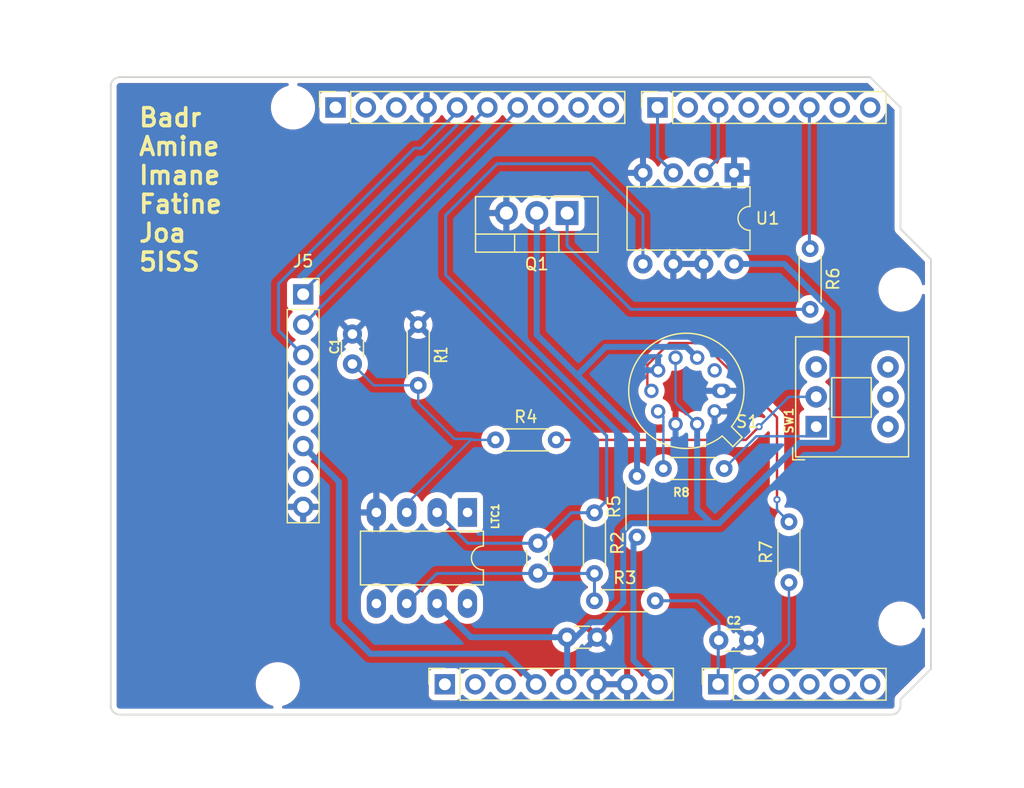
<source format=kicad_pcb>
(kicad_pcb (version 20240108) (generator "pcbnew") (generator_version "8.0")
  (layers (0 "F.Cu" signal) (31 "B.Cu" signal) (34 "B.Paste" user) (35 "F.Paste" user) (36 "B.SilkS" user "B.Silkscreen") (37 "F.SilkS" user "F.Silkscreen") (38 "B.Mask" user) (39 "F.Mask" user) (44 "Edge.Cuts" user))
  (net 0 "")
  (net 1 "Net-(LTC1-+input)")
  (net 2 "GND")
  (net 3 "ADC")
  (net 4 "+5V")
  (net 5 "Net-(LTC1-vOut)")
  (net 6 "RVar")
  (net 8 "/IOREF")
  (net 9 "/~{RESET}")
  (net 10 "+3.3V")
  (net 11 "+12V")
  (net 15 "rst")
  (net 16 "tx")
  (net 17 "rx")
  (net 18 "/*10")
  (net 19 "/*9")
  (net 20 "/8")
  (net 21 "TempSensor")
  (net 26 "MOSI")
  (net 27 "/*6")
  (net 28 "SCK")
  (net 29 "/4")
  (net 30 "/*3")
  (net 31 "gas_choic_ctrl")
  (net 32 "/TX{slash}1")
  (net 33 "/RX{slash}0")
  (net 37 "Net-(Q1-G)")
  (net 38 "12V")
  (net 39 "Net-(SW1-B)")
  (net 40 "Net-(R7-Pad2)")
  (net 41 "GasSensor1")
  (net 42 "Net-(R8-Pad2)")
  (net 43 "GasSensor2")
  (footprint "Resistor_THT:R_Axial_DIN0204_L3.6mm_D1.6mm_P5.08mm_Horizontal" (layer "F.Cu") (at 149.098 120.396)
    (property "Reference" "R3" (at 2.54 -1.92 0) (layer "F.SilkS"))
    (property "Value" "1k")
    (fp_line (start 0.62 -0.92) (end 4.46 -0.92) (stroke (width 0.12)) (layer "F.SilkS"))
    (fp_line (start 0.62 0.92) (end 4.46 0.92) (stroke (width 0.12)) (layer "F.SilkS"))
    (pad "1" thru_hole circle (at 0 0) (size 1.4 1.4) (drill 0.7) (layers "*.Cu" "*.Mask") (net 5 "Net-(LTC1-vOut)"))
    (pad "2" thru_hole oval (at 5.08 0) (size 1.4 1.4) (drill 0.7) (layers "*.Cu" "*.Mask") (net 3 "ADC"))
  )
  (footprint "Resistor_THT:R_Axial_DIN0204_L3.6mm_D1.6mm_P5.08mm_Horizontal" (layer "F.Cu") (at 167.132 90.932 -90)
    (property "Reference" "R6" (at 2.54 -1.92 90) (layer "F.SilkS"))
    (property "Value" "1k")
    (fp_line (start 0.62 0.92) (end 4.46 0.92) (stroke (width 0.12)) (layer "F.SilkS"))
    (fp_line (start 0.62 -0.92) (end 4.46 -0.92) (stroke (width 0.12)) (layer "F.SilkS"))
    (pad "1" thru_hole circle (at 0 0 270) (size 1.4 1.4) (drill 0.7) (layers "*.Cu" "*.Mask") (net 31 "gas_choic_ctrl"))
    (pad "2" thru_hole oval (at 5.08 0 270) (size 1.4 1.4) (drill 0.7) (layers "*.Cu" "*.Mask") (net 37 "Net-(Q1-G)"))
  )
  (footprint "Resistor_THT:R_Axial_DIN0204_L3.6mm_D1.6mm_P5.08mm_Horizontal" (layer "F.Cu") (at 149.098 113.03 -90)
    (property "Reference" "R2" (at 2.54 -1.92 90) (layer "F.SilkS"))
    (property "Value" "100k")
    (fp_line (start 0.62 0.92) (end 4.46 0.92) (stroke (width 0.12)) (layer "F.SilkS"))
    (fp_line (start 0.62 -0.92) (end 4.46 -0.92) (stroke (width 0.12)) (layer "F.SilkS"))
    (pad "1" thru_hole circle (at 0 0 270) (size 1.4 1.4) (drill 0.7) (layers "*.Cu" "*.Mask") (net 6 "RVar"))
    (pad "2" thru_hole oval (at 5.08 0 270) (size 1.4 1.4) (drill 0.7) (layers "*.Cu" "*.Mask") (net 5 "Net-(LTC1-vOut)"))
  )
  (footprint "Package_DIP:DIP-8_W7.62mm_LongPads" (layer "F.Cu") (at 138.4802 113.006 -90)
    (property "Reference" "LTC1" (at 0.325 -2.33 90) (layer "F.SilkS") (effects (font (size 0.6 0.6))))
    (property "Value" "~" (hide yes))
    (fp_line (start 1.56 8.95) (end 6.06 8.95) (stroke (width 0.12)) (layer "F.SilkS"))
    (fp_line (start 6.06 8.95) (end 6.06 -1.33) (stroke (width 0.12)) (layer "F.SilkS"))
    (fp_line (start 1.56 -1.33) (end 1.56 8.95) (stroke (width 0.12)) (layer "F.SilkS"))
    (fp_line (start 2.81 -1.33) (end 1.56 -1.33) (stroke (width 0.12)) (layer "F.SilkS"))
    (fp_line (start 6.06 -1.33) (end 4.81 -1.33) (stroke (width 0.12)) (layer "F.SilkS"))
    (fp_arc (start 4.81 -1.33) (mid 3.81 -0.33) (end 2.81 -1.33) (stroke (width 0.12)) (layer "F.SilkS"))
    (pad "1" thru_hole rect (at 0 0 270) (size 2.4 1.6) (drill 0.8) (layers "*.Cu" "*.Mask"))
    (pad "2" thru_hole oval (at 0 2.54 270) (size 2.4 1.6) (drill 0.8) (layers "*.Cu" "*.Mask") (net 6 "RVar"))
    (pad "3" thru_hole oval (at 0 5.08 270) (size 2.4 1.6) (drill 0.8) (layers "*.Cu" "*.Mask") (net 1 "Net-(LTC1-+input)"))
    (pad "4" thru_hole oval (at 0 7.62 270) (size 2.4 1.6) (drill 0.8) (layers "*.Cu" "*.Mask") (net 2 "GND"))
    (pad "5" thru_hole oval (at 7.62 7.62 270) (size 2.4 1.6) (drill 0.8) (layers "*.Cu" "*.Mask"))
    (pad "6" thru_hole oval (at 7.62 5.08 270) (size 2.4 1.6) (drill 0.8) (layers "*.Cu" "*.Mask") (net 5 "Net-(LTC1-vOut)"))
    (pad "7" thru_hole oval (at 7.62 2.54 270) (size 2.4 1.6) (drill 0.8) (layers "*.Cu" "*.Mask") (net 4 "+5V"))
    (pad "8" thru_hole oval (at 7.62 0 270) (size 2.4 1.6) (drill 0.8) (layers "*.Cu" "*.Mask"))
  )
  (footprint "Capacitor_THT:C_Disc_D3.0mm_W1.6mm_P2.50mm" (layer "F.Cu") (at 146.812 123.444)
    (property "Reference" "C3" (hide yes))
    (property "Value" "100n")
    (fp_line (start 0.621 -0.92) (end 1.879 -0.92) (stroke (width 0.12)) (layer "F.SilkS"))
    (fp_line (start 0.621 0.92) (end 1.879 0.92) (stroke (width 0.12)) (layer "F.SilkS"))
    (pad "1" thru_hole circle (at 0 0) (size 1.6 1.6) (drill 0.8) (layers "*.Cu" "*.Mask") (net 4 "+5V"))
    (pad "2" thru_hole circle (at 2.5 0) (size 1.6 1.6) (drill 0.8) (layers "*.Cu" "*.Mask") (net 2 "GND"))
  )
  (footprint "Capacitor_THT:C_Disc_D3.0mm_W1.6mm_P2.50mm" (layer "F.Cu") (at 159.492 123.698)
    (property "Reference" "C2" (at 1.25 -1.633 0) (layer "F.SilkS") (effects (font (size 0.6 0.6))))
    (property "Value" "100n")
    (fp_line (start 0.621 -0.92) (end 1.879 -0.92) (stroke (width 0.12)) (layer "F.SilkS"))
    (fp_line (start 0.621 0.92) (end 1.879 0.92) (stroke (width 0.12)) (layer "F.SilkS"))
    (pad "1" thru_hole circle (at 0 0) (size 1.6 1.6) (drill 0.8) (layers "*.Cu" "*.Mask") (net 3 "ADC"))
    (pad "2" thru_hole circle (at 2.5 0) (size 1.6 1.6) (drill 0.8) (layers "*.Cu" "*.Mask") (net 2 "GND"))
  )
  (footprint "Capacitor_THT:C_Disc_D3.0mm_W1.6mm_P2.50mm" (layer "F.Cu") (at 144.3602 118.081 90)
    (property "Reference" "C4" (hide yes))
    (property "Value" "1u")
    (fp_line (start 0.621 -0.92) (end 1.879 -0.92) (stroke (width 0.12)) (layer "F.SilkS"))
    (fp_line (start 0.621 0.92) (end 1.879 0.92) (stroke (width 0.12)) (layer "F.SilkS"))
    (pad "1" thru_hole circle (at 0 0 90) (size 1.6 1.6) (drill 0.8) (layers "*.Cu" "*.Mask") (net 5 "Net-(LTC1-vOut)"))
    (pad "2" thru_hole circle (at 2.5 0 90) (size 1.6 1.6) (drill 0.8) (layers "*.Cu" "*.Mask") (net 6 "RVar"))
  )
  (footprint "Connector_PinSocket_2.54mm:PinSocket_1x08_P2.54mm_Vertical" (layer "F.Cu") (at 136.5885 127.381 90)
    (property "Reference" "J1" (hide yes))
    (property "Value" "Power")
    (fp_line (start 1.33 -1.33) (end 1.33 0) (stroke (width 0.12)) (layer "F.SilkS"))
    (fp_line (start 0 -1.33) (end 1.33 -1.33) (stroke (width 0.12)) (layer "F.SilkS"))
    (fp_line (start 1.33 1.27) (end 1.33 19.11) (stroke (width 0.12)) (layer "F.SilkS"))
    (fp_line (start -1.33 1.27) (end 1.33 1.27) (stroke (width 0.12)) (layer "F.SilkS"))
    (fp_line (start -1.33 1.27) (end -1.33 19.11) (stroke (width 0.12)) (layer "F.SilkS"))
    (fp_line (start -1.33 19.11) (end 1.33 19.11) (stroke (width 0.12)) (layer "F.SilkS"))
    (pad "1" thru_hole rect (at 0 0 90) (size 1.7 1.7) (drill 1) (layers "*.Cu" "*.Mask"))
    (pad "2" thru_hole oval (at 0 2.54 90) (size 1.7 1.7) (drill 1) (layers "*.Cu" "*.Mask") (net 8 "/IOREF"))
    (pad "3" thru_hole oval (at 0 5.08 90) (size 1.7 1.7) (drill 1) (layers "*.Cu" "*.Mask") (net 9 "/~{RESET}"))
    (pad "4" thru_hole oval (at 0 7.62 90) (size 1.7 1.7) (drill 1) (layers "*.Cu" "*.Mask") (net 10 "+3.3V"))
    (pad "5" thru_hole oval (at 0 10.16 90) (size 1.7 1.7) (drill 1) (layers "*.Cu" "*.Mask") (net 4 "+5V"))
    (pad "6" thru_hole oval (at 0 12.7 90) (size 1.7 1.7) (drill 1) (layers "*.Cu" "*.Mask") (net 2 "GND"))
    (pad "7" thru_hole oval (at 0 15.24 90) (size 1.7 1.7) (drill 1) (layers "*.Cu" "*.Mask") (net 2 "GND"))
    (pad "8" thru_hole oval (at 0 17.78 90) (size 1.7 1.7) (drill 1) (layers "*.Cu" "*.Mask") (net 11 "+12V"))
  )
  (footprint "Arduino_MountingHole:MountingHole_3.2mm" (layer "F.Cu") (at 123.8885 79.121)
    (property "Reference" "MH1" (hide yes))
    (property "Value" "MountingHole_3.2mm" (hide yes))
    (pad "" np_thru_hole circle (at 0 0) (size 3.2 3.2) (drill 3.2) (layers "F&B.Cu" "*.Mask"))
  )
  (footprint "Package_TO_SOT_THT:TO-220-3_Vertical" (layer "F.Cu") (at 146.812 87.955 180)
    (property "Reference" "Q1" (at 2.54 -4.27 0) (layer "F.SilkS"))
    (property "Value" "Q_NMOS_GSD")
    (fp_line (start 7.66 -3.27) (end 7.66 1.371) (stroke (width 0.12)) (layer "F.SilkS"))
    (fp_line (start 4.391 -3.27) (end 4.391 -1.76) (stroke (width 0.12)) (layer "F.SilkS"))
    (fp_line (start 0.69 -3.27) (end 0.69 -1.76) (stroke (width 0.12)) (layer "F.SilkS"))
    (fp_line (start -2.58 1.371) (end 7.66 1.371) (stroke (width 0.12)) (layer "F.SilkS"))
    (fp_line (start -2.58 -1.76) (end 7.66 -1.76) (stroke (width 0.12)) (layer "F.SilkS"))
    (fp_line (start -2.58 -3.27) (end 7.66 -3.27) (stroke (width 0.12)) (layer "F.SilkS"))
    (fp_line (start -2.58 -3.27) (end -2.58 1.371) (stroke (width 0.12)) (layer "F.SilkS"))
    (pad "1" thru_hole rect (at 0 0 180) (size 1.905 2) (drill 1.1) (layers "*.Cu" "*.Mask") (net 37 "Net-(Q1-G)"))
    (pad "2" thru_hole oval (at 2.54 0 180) (size 1.905 2) (drill 1.1) (layers "*.Cu" "*.Mask") (net 38 "12V"))
    (pad "3" thru_hole oval (at 5.08 0 180) (size 1.905 2) (drill 1.1) (layers "*.Cu" "*.Mask") (net 2 "GND"))
  )
  (footprint "Resistor_THT:R_Axial_DIN0204_L3.6mm_D1.6mm_P5.08mm_Horizontal" (layer "F.Cu") (at 134.3602 97.291 -90)
    (property "Reference" "R1" (at 2.54 -1.92 90) (layer "F.SilkS") (effects (font (size 1 0.7))))
    (property "Value" "100k")
    (fp_line (start 0.62 0.92) (end 4.46 0.92) (stroke (width 0.12)) (layer "F.SilkS"))
    (fp_line (start 0.62 -0.92) (end 4.46 -0.92) (stroke (width 0.12)) (layer "F.SilkS"))
    (pad "1" thru_hole circle (at 0 0 270) (size 1.4 1.4) (drill 0.7) (layers "*.Cu" "*.Mask") (net 2 "GND"))
    (pad "2" thru_hole oval (at 5.08 0 270) (size 1.4 1.4) (drill 0.7) (layers "*.Cu" "*.Mask") (net 1 "Net-(LTC1-+input)"))
  )
  (footprint "Resistor_THT:R_Axial_DIN0204_L3.6mm_D1.6mm_P5.08mm_Horizontal" (layer "F.Cu") (at 159.9402 109.331 180)
    (property "Reference" "R8" (at 3.58 -2 0) (layer "F.SilkS") (effects (font (size 0.7 0.7))))
    (property "Value" "0")
    (fp_line (start 0.62 0.92) (end 4.46 0.92) (stroke (width 0.12)) (layer "F.SilkS"))
    (fp_line (start 0.62 -0.92) (end 4.46 -0.92) (stroke (width 0.12)) (layer "F.SilkS"))
    (pad "1" thru_hole circle (at 0 0 180) (size 1.4 1.4) (drill 0.7) (layers "*.Cu" "*.Mask") (net 41 "GasSensor1"))
    (pad "2" thru_hole oval (at 5.08 0 180) (size 1.4 1.4) (drill 0.7) (layers "*.Cu" "*.Mask") (net 42 "Net-(R8-Pad2)"))
  )
  (footprint "Package_TO_SOT_THT:TO-5-10_Window" (layer "F.Cu") (at 159.7002 102.831 180)
    (property "Reference" "S1" (at -2.1792 -2.579 0) (layer "F.SilkS"))
    (property "Value" "~" (hide yes))
    (fp_line (start -0.077084 -3.774902) (end -0.968039 -4.665856) (stroke (width 0.12)) (layer "F.SilkS"))
    (fp_line (start -0.968039 -4.665856) (end -1.745856 -3.888039) (stroke (width 0.12)) (layer "F.SilkS"))
    (fp_line (start -1.745856 -3.888039) (end -0.854902 -2.997084) (stroke (width 0.12)) (layer "F.SilkS"))
    (fp_arc (start -0.077084 -3.774902) (mid 6.328125 3.408384) (end -0.854674 -2.997371) (stroke (width 0.12)) (layer "F.SilkS"))
    (pad "1" thru_hole oval (at 0 0 180) (size 1.6 1.2) (drill 0.7) (layers "*.Cu" "*.Mask") (net 2 "GND"))
    (pad "2" thru_hole oval (at 0.55767 1.716333 180) (size 1.2 1.2) (drill 0.7) (layers "*.Cu" "*.Mask") (net 43 "GasSensor2"))
    (pad "3" thru_hole oval (at 2.01767 2.777085 180) (size 1.2 1.2) (drill 0.7) (layers "*.Cu" "*.Mask") (net 38 "12V"))
    (pad "4" thru_hole oval (at 3.82233 2.777085 180) (size 1.2 1.2) (drill 0.7) (layers "*.Cu" "*.Mask") (net 4 "+5V"))
    (pad "5" thru_hole oval (at 5.28233 1.716333 180) (size 1.2 1.2) (drill 0.7) (layers "*.Cu" "*.Mask") (net 2 "GND"))
    (pad "6" thru_hole oval (at 5.84 0 180) (size 1.2 1.2) (drill 0.7) (layers "*.Cu" "*.Mask") (net 40 "Net-(R7-Pad2)"))
    (pad "7" thru_hole oval (at 5.28233 -1.716333 180) (size 1.2 1.2) (drill 0.7) (layers "*.Cu" "*.Mask") (net 42 "Net-(R8-Pad2)"))
    (pad "8" thru_hole oval (at 3.82233 -2.777085 180) (size 1.2 1.2) (drill 0.7) (layers "*.Cu" "*.Mask") (net 2 "GND"))
    (pad "9" thru_hole oval (at 2.01767 -2.777085 180) (size 1.2 1.2) (drill 0.7) (layers "*.Cu" "*.Mask") (net 4 "+5V"))
    (pad "10" thru_hole oval (at 0.55767 -1.716333 180) (size 1.2 1.2) (drill 0.7) (layers "*.Cu" "*.Mask") (net 2 "GND"))
  )
  (footprint "Button_Switch_THT:SW_Push_2P2T_Toggle_CK_PVA2xxH2xxxxxxV2" (layer "F.Cu") (at 167.64 105.831 90)
    (property "Reference" "SW1" (at 0.5 -2.2798 90) (layer "F.SilkS") (effects (font (size 0.7 0.7))))
    (property "Value" "SW_SPDT")
    (fp_line (start -1.77 -1.97) (end -2.77 -1.97) (stroke (width 0.12)) (layer "F.SilkS"))
    (fp_line (start 7.52 -1.72) (end -2.52 -1.72) (stroke (width 0.12)) (layer "F.SilkS"))
    (fp_line (start -2.77 -0.97) (end -2.77 -1.97) (stroke (width 0.12)) (layer "F.SilkS"))
    (fp_line (start 4.1 1.3) (end 0.8 1.3) (stroke (width 0.12)) (layer "F.SilkS"))
    (fp_line (start 4.1 1.3) (end 4.1 4.6) (stroke (width 0.12)) (layer "F.SilkS"))
    (fp_line (start 0.8 1.3) (end 0.8 4.6) (stroke (width 0.12)) (layer "F.SilkS"))
    (fp_line (start 4.1 4.6) (end 0.8 4.6) (stroke (width 0.12)) (layer "F.SilkS"))
    (fp_line (start 7.52 7.72) (end 7.52 -1.72) (stroke (width 0.12)) (layer "F.SilkS"))
    (fp_line (start 7.52 7.72) (end -2.52 7.72) (stroke (width 0.12)) (layer "F.SilkS"))
    (fp_line (start -2.52 7.72) (end -2.52 -1.72) (stroke (width 0.12)) (layer "F.SilkS"))
    (pad "1" thru_hole rect (at 0 0 90) (size 1.8 1.8) (drill 0.9) (layers "*.Cu" "*.Mask") (net 41 "GasSensor1"))
    (pad "2" thru_hole circle (at 2.5 0 90) (size 1.8 1.8) (drill 0.9) (layers "*.Cu" "*.Mask") (net 39 "Net-(SW1-B)"))
    (pad "3" thru_hole circle (at 5 0 90) (size 1.8 1.8) (drill 0.9) (layers "*.Cu" "*.Mask") (net 43 "GasSensor2"))
    (pad "4" thru_hole circle (at 0 6 90) (size 1.8 1.8) (drill 0.9) (layers "*.Cu" "*.Mask"))
    (pad "5" thru_hole circle (at 2.5 6 90) (size 1.8 1.8) (drill 0.9) (layers "*.Cu" "*.Mask"))
    (pad "6" thru_hole circle (at 5 6 90) (size 1.8 1.8) (drill 0.9) (layers "*.Cu" "*.Mask"))
  )
  (footprint "Arduino_MountingHole:MountingHole_3.2mm" (layer "F.Cu") (at 122.6185 127.381)
    (property "Reference" "MH2" (hide yes))
    (property "Value" "MountingHole_3.2mm" (hide yes))
    (pad "" np_thru_hole circle (at 0 0) (size 3.2 3.2) (drill 3.2) (layers "F&B.Cu" "*.Mask"))
  )
  (footprint "Connector_PinSocket_2.54mm:PinSocket_1x08_P2.54mm_Vertical" (layer "F.Cu") (at 154.3685 79.121 90)
    (property "Reference" "J4" (hide yes))
    (property "Value" "Digital/PWM")
    (fp_line (start 1.33 -1.33) (end 1.33 0) (stroke (width 0.12)) (layer "F.SilkS"))
    (fp_line (start 0 -1.33) (end 1.33 -1.33) (stroke (width 0.12)) (layer "F.SilkS"))
    (fp_line (start 1.33 1.27) (end 1.33 19.11) (stroke (width 0.12)) (layer "F.SilkS"))
    (fp_line (start -1.33 1.27) (end 1.33 1.27) (stroke (width 0.12)) (layer "F.SilkS"))
    (fp_line (start -1.33 1.27) (end -1.33 19.11) (stroke (width 0.12)) (layer "F.SilkS"))
    (fp_line (start -1.33 19.11) (end 1.33 19.11) (stroke (width 0.12)) (layer "F.SilkS"))
    (pad "1" thru_hole rect (at 0 0 90) (size 1.7 1.7) (drill 1) (layers "*.Cu" "*.Mask") (net 26 "MOSI"))
    (pad "2" thru_hole oval (at 0 2.54 90) (size 1.7 1.7) (drill 1) (layers "*.Cu" "*.Mask") (net 27 "/*6"))
    (pad "3" thru_hole oval (at 0 5.08 90) (size 1.7 1.7) (drill 1) (layers "*.Cu" "*.Mask") (net 28 "SCK"))
    (pad "4" thru_hole oval (at 0 7.62 90) (size 1.7 1.7) (drill 1) (layers "*.Cu" "*.Mask") (net 29 "/4"))
    (pad "5" thru_hole oval (at 0 10.16 90) (size 1.7 1.7) (drill 1) (layers "*.Cu" "*.Mask") (net 30 "/*3"))
    (pad "6" thru_hole oval (at 0 12.7 90) (size 1.7 1.7) (drill 1) (layers "*.Cu" "*.Mask") (net 31 "gas_choic_ctrl"))
    (pad "7" thru_hole oval (at 0 15.24 90) (size 1.7 1.7) (drill 1) (layers "*.Cu" "*.Mask") (net 32 "/TX{slash}1"))
    (pad "8" thru_hole oval (at 0 17.78 90) (size 1.7 1.7) (drill 1) (layers "*.Cu" "*.Mask") (net 33 "/RX{slash}0"))
  )
  (footprint "Package_DIP:DIP-8_W7.62mm" (layer "F.Cu") (at 160.772 84.592 -90)
    (property "Reference" "U1" (at 3.81 -2.804 180) (layer "F.SilkS"))
    (property "Value" "MCP41100")
    (fp_line (start 1.16 8.95) (end 6.46 8.95) (stroke (width 0.12)) (layer "F.SilkS"))
    (fp_line (start 6.46 8.95) (end 6.46 -1.33) (stroke (width 0.12)) (layer "F.SilkS"))
    (fp_line (start 1.16 -1.33) (end 1.16 8.95) (stroke (width 0.12)) (layer "F.SilkS"))
    (fp_line (start 2.81 -1.33) (end 1.16 -1.33) (stroke (width 0.12)) (layer "F.SilkS"))
    (fp_line (start 6.46 -1.33) (end 4.81 -1.33) (stroke (width 0.12)) (layer "F.SilkS"))
    (fp_arc (start 4.81 -1.33) (mid 3.81 -0.33) (end 2.81 -1.33) (stroke (width 0.12)) (layer "F.SilkS"))
    (pad "1" thru_hole rect (at 0 0 270) (size 1.6 1.6) (drill 0.8) (layers "*.Cu" "*.Mask") (net 2 "GND"))
    (pad "2" thru_hole oval (at 0 2.54 270) (size 1.6 1.6) (drill 0.8) (layers "*.Cu" "*.Mask") (net 28 "SCK"))
    (pad "3" thru_hole oval (at 0 5.08 270) (size 1.6 1.6) (drill 0.8) (layers "*.Cu" "*.Mask") (net 26 "MOSI"))
    (pad "4" thru_hole oval (at 0 7.62 270) (size 1.6 1.6) (drill 0.8) (layers "*.Cu" "*.Mask") (net 2 "GND"))
    (pad "5" thru_hole oval (at 7.62 7.62 270) (size 1.6 1.6) (drill 0.8) (layers "*.Cu" "*.Mask") (net 6 "RVar"))
    (pad "6" thru_hole oval (at 7.62 5.08 270) (size 1.6 1.6) (drill 0.8) (layers "*.Cu" "*.Mask") (net 2 "GND"))
    (pad "7" thru_hole oval (at 7.62 2.54 270) (size 1.6 1.6) (drill 0.8) (layers "*.Cu" "*.Mask") (net 2 "GND"))
    (pad "8" thru_hole oval (at 7.62 0 270) (size 1.6 1.6) (drill 0.8) (layers "*.Cu" "*.Mask") (net 4 "+5V"))
  )
  (footprint "Connector_PinSocket_2.54mm:PinSocket_1x08_P2.54mm_Vertical" (layer "F.Cu") (at 124.739 94.757)
    (property "Reference" "J5" (at 0 -2.77 0) (layer "F.SilkS"))
    (property "Value" "Conn_01x08")
    (fp_line (start -1.33 1.27) (end -1.33 19.11) (stroke (width 0.12)) (layer "F.SilkS"))
    (fp_line (start -1.33 1.27) (end 1.33 1.27) (stroke (width 0.12)) (layer "F.SilkS"))
    (fp_line (start -1.33 19.11) (end 1.33 19.11) (stroke (width 0.12)) (layer "F.SilkS"))
    (fp_line (start 0 -1.33) (end 1.33 -1.33) (stroke (width 0.12)) (layer "F.SilkS"))
    (fp_line (start 1.33 -1.33) (end 1.33 0) (stroke (width 0.12)) (layer "F.SilkS"))
    (fp_line (start 1.33 1.27) (end 1.33 19.11) (stroke (width 0.12)) (layer "F.SilkS"))
    (pad "1" thru_hole rect (at 0 0) (size 1.7 1.7) (drill 1) (layers "*.Cu" "*.Mask") (net 16 "tx"))
    (pad "2" thru_hole oval (at 0 2.54) (size 1.7 1.7) (drill 1) (layers "*.Cu" "*.Mask") (net 17 "rx"))
    (pad "3" thru_hole oval (at 0 5.08) (size 1.7 1.7) (drill 1) (layers "*.Cu" "*.Mask") (net 15 "rst"))
    (pad "4" thru_hole oval (at 0 7.62) (size 1.7 1.7) (drill 1) (layers "*.Cu" "*.Mask"))
    (pad "5" thru_hole oval (at 0 10.16) (size 1.7 1.7) (drill 1) (layers "*.Cu" "*.Mask"))
    (pad "6" thru_hole oval (at 0 12.7) (size 1.7 1.7) (drill 1) (layers "*.Cu" "*.Mask") (net 10 "+3.3V"))
    (pad "7" thru_hole oval (at 0 15.24) (size 1.7 1.7) (drill 1) (layers "*.Cu" "*.Mask"))
    (pad "8" thru_hole oval (at 0 17.78) (size 1.7 1.7) (drill 1) (layers "*.Cu" "*.Mask") (net 2 "GND"))
  )
  (footprint "Connector_PinSocket_2.54mm:PinSocket_1x06_P2.54mm_Vertical" (layer "F.Cu") (at 159.4485 127.381 90)
    (property "Reference" "J3" (hide yes))
    (property "Value" "Analog")
    (fp_line (start 1.33 -1.33) (end 1.33 0) (stroke (width 0.12)) (layer "F.SilkS"))
    (fp_line (start 0 -1.33) (end 1.33 -1.33) (stroke (width 0.12)) (layer "F.SilkS"))
    (fp_line (start 1.33 1.27) (end 1.33 14.03) (stroke (width 0.12)) (layer "F.SilkS"))
    (fp_line (start -1.33 1.27) (end 1.33 1.27) (stroke (width 0.12)) (layer "F.SilkS"))
    (fp_line (start -1.33 1.27) (end -1.33 14.03) (stroke (width 0.12)) (layer "F.SilkS"))
    (fp_line (start -1.33 14.03) (end 1.33 14.03) (stroke (width 0.12)) (layer "F.SilkS"))
    (pad "1" thru_hole rect (at 0 0 90) (size 1.7 1.7) (drill 1) (layers "*.Cu" "*.Mask") (net 3 "ADC"))
    (pad "2" thru_hole oval (at 0 2.54 90) (size 1.7 1.7) (drill 1) (layers "*.Cu" "*.Mask") (net 21 "TempSensor"))
    (pad "3" thru_hole oval (at 0 5.08 90) (size 1.7 1.7) (drill 1) (layers "*.Cu" "*.Mask"))
    (pad "4" thru_hole oval (at 0 7.62 90) (size 1.7 1.7) (drill 1) (layers "*.Cu" "*.Mask"))
    (pad "5" thru_hole oval (at 0 10.16 90) (size 1.7 1.7) (drill 1) (layers "*.Cu" "*.Mask"))
    (pad "6" thru_hole oval (at 0 12.7 90) (size 1.7 1.7) (drill 1) (layers "*.Cu" "*.Mask"))
  )
  (footprint "Arduino_MountingHole:MountingHole_3.2mm" (layer "F.Cu") (at 174.6885 122.301)
    (property "Reference" "MH4" (hide yes))
    (property "Value" "MountingHole_3.2mm" (hide yes))
    (pad "" np_thru_hole circle (at 0 0) (size 3.2 3.2) (drill 3.2) (layers "F&B.Cu" "*.Mask"))
  )
  (footprint "Resistor_THT:R_Axial_DIN0204_L3.6mm_D1.6mm_P5.08mm_Horizontal" (layer "F.Cu") (at 165.3602 118.871 90)
    (property "Reference" "R7" (at 2.54 -1.92 90) (layer "F.SilkS"))
    (property "Value" "0" (hide yes))
    (fp_line (start 0.62 -0.92) (end 4.46 -0.92) (stroke (width 0.12)) (layer "F.SilkS"))
    (fp_line (start 0.62 0.92) (end 4.46 0.92) (stroke (width 0.12)) (layer "F.SilkS"))
    (pad "1" thru_hole circle (at 0 0 90) (size 1.4 1.4) (drill 0.7) (layers "*.Cu" "*.Mask") (net 21 "TempSensor"))
    (pad "2" thru_hole oval (at 5.08 0 90) (size 1.4 1.4) (drill 0.7) (layers "*.Cu" "*.Mask") (net 40 "Net-(R7-Pad2)"))
  )
  (footprint "Resistor_THT:R_Axial_DIN0204_L3.6mm_D1.6mm_P5.08mm_Horizontal" (layer "F.Cu") (at 152.654 115.062 90)
    (property "Reference" "R5" (at 2.54 -1.92 90) (layer "F.SilkS"))
    (property "Value" "10k")
    (fp_line (start 0.62 -0.92) (end 4.46 -0.92) (stroke (width 0.12)) (layer "F.SilkS"))
    (fp_line (start 0.62 0.92) (end 4.46 0.92) (stroke (width 0.12)) (layer "F.SilkS"))
    (pad "1" thru_hole circle (at 0 0 90) (size 1.4 1.4) (drill 0.7) (layers "*.Cu" "*.Mask") (net 11 "+12V"))
    (pad "2" thru_hole oval (at 5.08 0 90) (size 1.4 1.4) (drill 0.7) (layers "*.Cu" "*.Mask") (net 38 "12V"))
  )
  (footprint "Capacitor_THT:C_Disc_D3.0mm_W1.6mm_P2.50mm" (layer "F.Cu") (at 128.8602 100.581 90)
    (property "Reference" "C1" (at 1.5 -1.5 90) (layer "F.SilkS") (effects (font (size 0.7 0.7))))
    (property "Value" "100n")
    (fp_line (start 0.621 -0.92) (end 1.879 -0.92) (stroke (width 0.12)) (layer "F.SilkS"))
    (fp_line (start 0.621 0.92) (end 1.879 0.92) (stroke (width 0.12)) (layer "F.SilkS"))
    (pad "1" thru_hole circle (at 0 0 90) (size 1.6 1.6) (drill 0.8) (layers "*.Cu" "*.Mask") (net 1 "Net-(LTC1-+input)"))
    (pad "2" thru_hole circle (at 2.5 0 90) (size 1.6 1.6) (drill 0.8) (layers "*.Cu" "*.Mask") (net 2 "GND"))
  )
  (footprint "Connector_PinSocket_2.54mm:PinSocket_1x10_P2.54mm_Vertical" (layer "F.Cu") (at 127.4445 79.121 90)
    (property "Reference" "J2" (hide yes))
    (property "Value" "Digital/PWM")
    (fp_line (start 1.33 -1.33) (end 1.33 0) (stroke (width 0.12)) (layer "F.SilkS"))
    (fp_line (start 0 -1.33) (end 1.33 -1.33) (stroke (width 0.12)) (layer "F.SilkS"))
    (fp_line (start 1.33 1.27) (end 1.33 24.19) (stroke (width 0.12)) (layer "F.SilkS"))
    (fp_line (start -1.33 1.27) (end 1.33 1.27) (stroke (width 0.12)) (layer "F.SilkS"))
    (fp_line (start -1.33 1.27) (end -1.33 24.19) (stroke (width 0.12)) (layer "F.SilkS"))
    (fp_line (start -1.33 24.19) (end 1.33 24.19) (stroke (width 0.12)) (layer "F.SilkS"))
    (pad "1" thru_hole rect (at 0 0 90) (size 1.7 1.7) (drill 1) (layers "*.Cu" "*.Mask"))
    (pad "2" thru_hole oval (at 0 2.54 90) (size 1.7 1.7) (drill 1) (layers "*.Cu" "*.Mask"))
    (pad "3" thru_hole oval (at 0 5.08 90) (size 1.7 1.7) (drill 1) (layers "*.Cu" "*.Mask"))
    (pad "4" thru_hole oval (at 0 7.62 90) (size 1.7 1.7) (drill 1) (layers "*.Cu" "*.Mask") (net 2 "GND"))
    (pad "5" thru_hole oval (at 0 10.16 90) (size 1.7 1.7) (drill 1) (layers "*.Cu" "*.Mask") (net 15 "rst"))
    (pad "6" thru_hole oval (at 0 12.7 90) (size 1.7 1.7) (drill 1) (layers "*.Cu" "*.Mask") (net 16 "tx"))
    (pad "7" thru_hole oval (at 0 15.24 90) (size 1.7 1.7) (drill 1) (layers "*.Cu" "*.Mask") (net 17 "rx"))
    (pad "8" thru_hole oval (at 0 17.78 90) (size 1.7 1.7) (drill 1) (layers "*.Cu" "*.Mask") (net 18 "/*10"))
    (pad "9" thru_hole oval (at 0 20.32 90) (size 1.7 1.7) (drill 1) (layers "*.Cu" "*.Mask") (net 19 "/*9"))
    (pad "10" thru_hole oval (at 0 22.86 90) (size 1.7 1.7) (drill 1) (layers "*.Cu" "*.Mask") (net 20 "/8"))
  )
  (footprint "Resistor_THT:R_Axial_DIN0204_L3.6mm_D1.6mm_P5.08mm_Horizontal" (layer "F.Cu") (at 140.8202 106.934)
    (property "Reference" "R4" (at 2.54 -1.92 0) (layer "F.SilkS"))
    (property "Value" "10k")
    (fp_line (start 0.62 -0.92) (end 4.46 -0.92) (stroke (width 0.12)) (layer "F.SilkS"))
    (fp_line (start 0.62 0.92) (end 4.46 0.92) (stroke (width 0.12)) (layer "F.SilkS"))
    (pad "1" thru_hole circle (at 0 0) (size 1.4 1.4) (drill 0.7) (layers "*.Cu" "*.Mask") (net 1 "Net-(LTC1-+input)"))
    (pad "2" thru_hole oval (at 5.08 0) (size 1.4 1.4) (drill 0.7) (layers "*.Cu" "*.Mask") (net 39 "Net-(SW1-B)"))
  )
  (footprint "Arduino_MountingHole:MountingHole_3.2mm" (layer "F.Cu") (at 174.6885 94.361)
    (property "Reference" "MH3" (hide yes))
    (property "Value" "MountingHole_3.2mm" (hide yes))
    (pad "" np_thru_hole circle (at 0 0) (size 3.2 3.2) (drill 3.2) (layers "F&B.Cu" "*.Mask"))
  )
  (gr_line (start 108.6485 129.159) (end 108.6485 77.343) (stroke (width 0.15)) (layer "Edge.Cuts"))
  (gr_line (start 173.9265 129.921) (end 109.4105 129.921) (stroke (width 0.15)) (layer "Edge.Cuts"))
  (gr_line (start 174.6885 128.651) (end 174.6885 129.159) (stroke (width 0.15)) (layer "Edge.Cuts"))
  (gr_arc (start 174.6885 129.159) (mid 174.465311 129.697811) (end 173.9265 129.921) (stroke (width 0.15)) (layer "Edge.Cuts"))
  (gr_line (start 174.6885 79.121) (end 174.6885 89.281) (stroke (width 0.15)) (layer "Edge.Cuts"))
  (gr_line (start 109.4105 76.581) (end 172.1485 76.581) (stroke (width 0.15)) (layer "Edge.Cuts"))
  (gr_line (start 177.2285 91.821) (end 177.2285 126.111) (stroke (width 0.15)) (layer "Edge.Cuts"))
  (gr_line (start 172.1485 76.581) (end 174.6885 79.121) (stroke (width 0.15)) (layer "Edge.Cuts"))
  (gr_line (start 174.6885 89.281) (end 177.2285 91.821) (stroke (width 0.15)) (layer "Edge.Cuts"))
  (gr_arc (start 108.6485 77.343) (mid 108.871685 76.804185) (end 109.4105 76.581) (stroke (width 0.15)) (layer "Edge.Cuts"))
  (gr_line (start 177.2285 126.111) (end 174.6885 128.651) (stroke (width 0.15)) (layer "Edge.Cuts"))
  (gr_arc (start 109.4105 129.921) (mid 108.871685 129.697815) (end 108.6485 129.159) (stroke (width 0.15)) (layer "Edge.Cuts"))
  (gr_text "Badr\nAmine\nImane\nFatine \nJoa\n5ISS\n\n" (at 110.8602 95.331 0) (layer "F.SilkS") (effects (font (size 1.5 1.5) (thickness 0.3) (bold yes)) (justify left bottom)))
  (segment (start 140.8202 106.934) (end 138.9232 106.934) (width 0.2) (layer "B.Cu") (net 1))
  (segment (start 134.3602 103.831) (end 134.3602 102.371) (width 0.2) (layer "B.Cu") (net 1))
  (segment (start 137.3802 106.851) (end 134.3602 103.831) (width 0.2) (layer "B.Cu") (net 1))
  (segment (start 138.9232 106.934) (end 138.8402 106.851) (width 0.2) (layer "B.Cu") (net 1))
  (segment (start 133.4002 112.291) (end 138.8402 106.851) (width 0.2) (layer "B.Cu") (net 1))
  (segment (start 138.8402 106.851) (end 137.3802 106.851) (width 0.2) (layer "B.Cu") (net 1))
  (segment (start 130.6502 102.371) (end 128.8602 100.581) (width 0.2) (layer "B.Cu") (net 1))
  (segment (start 133.4002 113.006) (end 133.4002 112.291) (width 0.2) (layer "B.Cu") (net 1))
  (segment (start 134.3602 102.371) (end 130.6502 102.371) (width 0.2) (layer "B.Cu") (net 1))
  (segment (start 159.4485 123.7415) (end 159.492 123.698) (width 0.254) (layer "B.Cu") (net 3))
  (segment (start 159.512 122.174) (end 159.512 123.678) (width 0.254) (layer "B.Cu") (net 3))
  (segment (start 159.512 123.678) (end 159.492 123.698) (width 0.254) (layer "B.Cu") (net 3))
  (segment (start 157.734 120.396) (end 159.512 122.174) (width 0.254) (layer "B.Cu") (net 3))
  (segment (start 159.4485 127.381) (end 159.4485 123.7415) (width 0.254) (layer "B.Cu") (net 3))
  (segment (start 154.178 120.396) (end 157.734 120.396) (width 0.254) (layer "B.Cu") (net 3))
  (segment (start 146.812 127.3175) (end 146.7485 127.381) (width 0.5) (layer "B.Cu") (net 4))
  (segment (start 159.515978 113.912) (end 166.246978 107.181) (width 0.5) (layer "B.Cu") (net 4))
  (segment (start 146.812 123.444) (end 138.7582 123.444) (width 0.5) (layer "B.Cu") (net 4))
  (segment (start 157.68253 112.73433) (end 158.8602 113.912) (width 0.5) (layer "B.Cu") (net 4))
  (segment (start 146.812 124.176233) (end 148.794233 122.194) (width 0.5) (layer "B.Cu") (net 4))
  (segment (start 148.794233 122.194) (end 149.829767 122.194) (width 0.5) (layer "B.Cu") (net 4))
  (segment (start 149.829767 122.194) (end 151.504 120.519767) (width 0.5) (layer "B.Cu") (net 4))
  (segment (start 166.246978 107.181) (end 168.99 107.181) (width 0.5) (layer "B.Cu") (net 4))
  (segment (start 168.99 96.243654) (end 164.958346 92.212) (width 0.5) (layer "B.Cu") (net 4))
  (segment (start 157.68253 105.608085) (end 157.68253 112.73433) (width 0.5) (layer "B.Cu") (net 4))
  (segment (start 158.8602 113.912) (end 159.515978 113.912) (width 0.5) (layer "B.Cu") (net 4))
  (segment (start 146.812 123.444) (end 146.812 127.3175) (width 0.5) (layer "B.Cu") (net 4))
  (segment (start 138.7582 123.444) (end 135.9402 120.626) (width 0.5) (layer "B.Cu") (net 4))
  (segment (start 152.177654 113.912) (end 158.8602 113.912) (width 0.5) (layer "B.Cu") (net 4))
  (segment (start 168.99 107.181) (end 168.99 96.243654) (width 0.5) (layer "B.Cu") (net 4))
  (segment (start 151.504 120.519767) (end 151.504 114.585654) (width 0.5) (layer "B.Cu") (net 4))
  (segment (start 151.504 114.585654) (end 152.177654 113.912) (width 0.5) (layer "B.Cu") (net 4))
  (segment (start 164.958346 92.212) (end 160.772 92.212) (width 0.5) (layer "B.Cu") (net 4))
  (segment (start 155.87787 103.803425) (end 157.68253 105.608085) (width 0.2) (layer "B.Cu") (net 4))
  (segment (start 146.812 123.444) (end 146.812 124.176233) (width 0.5) (layer "B.Cu") (net 4))
  (segment (start 155.87787 100.053915) (end 155.87787 103.803425) (width 0.2) (layer "B.Cu") (net 4))
  (segment (start 135.9162 118.11) (end 133.4002 120.626) (width 0.254) (layer "B.Cu") (net 5))
  (segment (start 149.098 118.11) (end 135.9162 118.11) (width 0.254) (layer "B.Cu") (net 5))
  (segment (start 149.098 118.11) (end 149.098 120.396) (width 0.254) (layer "B.Cu") (net 5))
  (segment (start 144.3602 115.581) (end 138.5152 115.581) (width 0.254) (layer "B.Cu") (net 6))
  (segment (start 136.652 93.1228) (end 136.652 88.138) (width 0.254) (layer "B.Cu") (net 6))
  (segment (start 150.114 106.5848) (end 136.652 93.1228) (width 0.254) (layer "B.Cu") (net 6))
  (segment (start 144.3602 115.581) (end 144.6102 115.581) (width 0.254) (layer "B.Cu") (net 6))
  (segment (start 136.652 88.138) (end 140.959 83.831) (width 0.254) (layer "B.Cu") (net 6))
  (segment (start 150.114 112.014) (end 150.114 106.5848) (width 0.254) (layer "B.Cu") (net 6))
  (segment (start 138.5152 115.581) (end 135.9402 113.006) (width 0.254) (layer "B.Cu") (net 6))
  (segment (start 148.8602 83.831) (end 153.152 88.1228) (width 0.254) (layer "B.Cu") (net 6))
  (segment (start 153.152 88.1228) (end 153.152 92.212) (width 0.254) (layer "B.Cu") (net 6))
  (segment (start 147.1612 113.03) (end 149.098 113.03) (width 0.254) (layer "B.Cu") (net 6))
  (segment (start 149.098 113.03) (end 150.114 112.014) (width 0.254) (layer "B.Cu") (net 6))
  (segment (start 140.959 83.831) (end 148.8602 83.831) (width 0.254) (layer "B.Cu") (net 6))
  (segment (start 144.6102 115.581) (end 147.1612 113.03) (width 0.254) (layer "B.Cu") (net 6))
  (segment (start 144.2085 127.381) (end 141.6585 124.831) (width 0.5) (layer "B.Cu") (net 10))
  (segment (start 141.6585 124.831) (end 130.3602 124.831) (width 0.5) (layer "B.Cu") (net 10))
  (segment (start 127.7242 122.195) (end 127.7242 110.4422) (width 0.5) (layer "B.Cu") (net 10))
  (segment (start 127.7242 110.4422) (end 124.739 107.457) (width 0.5) (layer "B.Cu") (net 10))
  (segment (start 130.3602 124.831) (end 127.7242 122.195) (width 0.5) (layer "B.Cu") (net 10))
  (segment (start 152.3602 125.3727) (end 154.3685 127.381) (width 0.5) (layer "B.Cu") (net 11))
  (segment (start 152.3602 115.3558) (end 152.3602 125.3727) (width 0.5) (layer "B.Cu") (net 11))
  (segment (start 152.654 115.062) (end 152.3602 115.3558) (width 0.5) (layer "B.Cu") (net 11))
  (segment (start 134.030088 82.5326) (end 134.5866 82.5326) (width 0.254) (layer "B.Cu") (net 15))
  (segment (start 122.682 97.78) (end 122.682 93.880688) (width 0.254) (layer "B.Cu") (net 15))
  (segment (start 137.6045 79.5147) (end 137.6045 79.121) (width 0.254) (layer "B.Cu") (net 15))
  (segment (start 122.682 93.880688) (end 134.030088 82.5326) (width 0.254) (layer "B.Cu") (net 15))
  (segment (start 134.5866 82.5326) (end 137.6045 79.5147) (width 0.254) (layer "B.Cu") (net 15))
  (segment (start 124.739 99.837) (end 122.682 97.78) (width 0.254) (layer "B.Cu") (net 15))
  (segment (start 124.739 94.757) (end 124.739 94.5265) (width 0.254) (layer "B.Cu") (net 16))
  (segment (start 124.739 94.5265) (end 140.1445 79.121) (width 0.25) (layer "B.Cu") (net 16))
  (segment (start 142.6845 79.3515) (end 142.6845 79.121) (width 0.254) (layer "B.Cu") (net 17))
  (segment (start 124.739 97.297) (end 142.6845 79.3515) (width 0.25) (layer "B.Cu") (net 17))
  (segment (start 165.3602 124.0093) (end 165.3602 118.871) (width 0.2) (layer "B.Cu") (net 21))
  (segment (start 165.3602 124.0093) (end 161.9885 127.381) (width 0.2) (layer "B.Cu") (net 21))
  (segment (start 154.3685 83.2685) (end 155.692 84.592) (width 0.254) (layer "B.Cu") (net 26))
  (segment (start 154.3685 79.121) (end 154.3685 83.2685) (width 0.254) (layer "B.Cu") (net 26))
  (segment (start 159.4485 79.121) (end 159.4485 83.3755) (width 0.254) (layer "B.Cu") (net 28))
  (segment (start 159.4485 83.3755) (end 158.232 84.592) (width 0.254) (layer "B.Cu") (net 28))
  (segment (start 167.0685 90.8685) (end 167.132 90.932) (width 0.254) (layer "B.Cu") (net 31))
  (segment (start 167.0685 79.121) (end 167.0685 90.8685) (width 0.254) (layer "B.Cu") (net 31))
  (segment (start 146.812 90.678) (end 146.812 87.955) (width 0.254) (layer "B.Cu") (net 37))
  (segment (start 167.132 96.012) (end 152.146 96.012) (width 0.254) (layer "B.Cu") (net 37))
  (segment (start 152.146 96.012) (end 146.812 90.678) (width 0.254) (layer "B.Cu") (net 37))
  (segment (start 150.037285 99.153915) (end 147.662135 101.529065) (width 0.5) (layer "B.Cu") (net 38))
  (segment (start 156.78253 99.153915) (end 150.037285 99.153915) (width 0.5) (layer "B.Cu") (net 38))
  (segment (start 144.272 87.955) (end 144.272 98.13893) (width 0.5) (layer "B.Cu") (net 38))
  (segment (start 152.654 106.52093) (end 152.654 109.982) (width 0.5) (layer "B.Cu") (net 38))
  (segment (start 157.68253 100.053915) (end 156.78253 99.153915) (width 0.5) (layer "B.Cu") (net 38))
  (segment (start 147.662135 101.529065) (end 152.654 106.52093) (width 0.5) (layer "B.Cu") (net 38))
  (segment (start 144.272 98.13893) (end 147.662135 101.529065) (width 0.5) (layer "B.Cu") (net 38))
  (segment (start 161.7572 106.934) (end 162.8602 105.831) (width 0.2) (layer "F.Cu") (net 39))
  (segment (start 145.9002 106.934) (end 161.7572 106.934) (width 0.2) (layer "F.Cu") (net 39))
  (via (at 162.8602 105.831) (size 0.6) (drill 0.3) (layers "F.Cu" "B.Cu") (net 39))
  (segment (start 162.8602 105.831) (end 165.3602 103.331) (width 0.2) (layer "B.Cu") (net 39))
  (segment (start 165.3602 103.331) (end 167.64 103.331) (width 0.2) (layer "B.Cu") (net 39))
  (segment (start 153.51787 102.48867) (end 153.8602 102.831) (width 0.2) (layer "F.Cu") (net 40))
  (segment (start 164.3602 105.059544) (end 158.131656 98.831) (width 0.2) (layer "F.Cu") (net 40))
  (segment (start 155.3602 98.831) (end 153.51787 100.67333) (width 0.2) (layer "F.Cu") (net 40))
  (segment (start 164.3602 111.931) (end 164.3602 105.059544) (width 0.2) (layer "F.Cu") (net 40))
  (segment (start 158.131656 98.831) (end 155.3602 98.831) (width 0.2) (layer "F.Cu") (net 40))
  (segment (start 153.51787 100.67333) (end 153.51787 102.48867) (width 0.2) (layer "F.Cu") (net 40))
  (via (at 164.3602 111.931) (size 0.6) (drill 0.3) (layers "F.Cu" "B.Cu") (net 40))
  (segment (start 165.3602 113.791) (end 164.3602 112.791) (width 0.2) (layer "B.Cu") (net 40))
  (segment (start 164.3602 112.791) (end 164.3602 111.931) (width 0.2) (layer "B.Cu") (net 40))
  (segment (start 162.6402 106.631) (end 166.84 106.631) (width 0.2) (layer "B.Cu") (net 41))
  (segment (start 159.9402 109.331) (end 162.6402 106.631) (width 0.2) (layer "B.Cu") (net 41))
  (segment (start 166.84 106.631) (end 167.64 105.831) (width 0.2) (layer "B.Cu") (net 41))
  (segment (start 154.8602 109.331) (end 154.8602 104.989663) (width 0.2) (layer "B.Cu") (net 42))
  (segment (start 154.8602 104.989663) (end 154.41787 104.547333) (width 0.2) (layer "B.Cu") (net 42))
  (zone (net 2) (net_name "GND") (layer "F.Cu") (priority 1) (connect_pads (clearance 0.5)) (min_thickness 0.25) (fill yes (thermal_gap 0.5) (thermal_bridge_width 0.5))
    (polygon (pts (xy 99.7458 70.358) (xy 185.0136 70.358) (xy 185.0136 134.1374) (xy 183.1086 136.0424) (xy 99.3902 136.0424) (xy 99.3902 70.358) (xy 99.6188 70.1294) (xy 99.7458 70.2564)))
  )
  (zone (net 2) (net_name "GND") (layer "B.Cu") (connect_pads (clearance 0.5)) (min_thickness 0.25) (fill yes (thermal_gap 0.5) (thermal_bridge_width 0.5))
    (polygon (pts (xy 181.7878 132.9436) (xy 102.6922 132.9436) (xy 100.6602 130.9116) (xy 100.6602 75.8952) (xy 103.1494 73.406) (xy 181.229 73.406) (xy 181.7878 73.9648)))
  )
)
</source>
